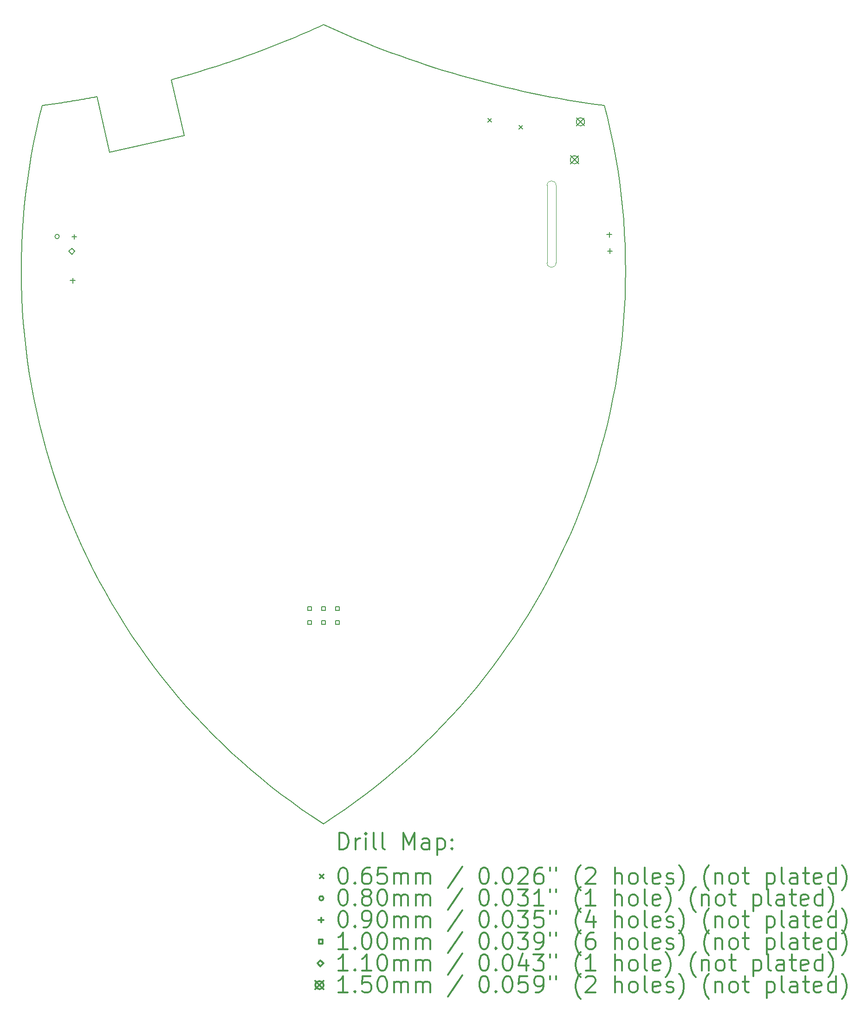
<source format=gbr>
%FSLAX45Y45*%
G04 Gerber Fmt 4.5, Leading zero omitted, Abs format (unit mm)*
G04 Created by KiCad (PCBNEW 5.99.0-unknown-r17145-8bd2765f) date 2019-12-26 06:39:35*
%MOMM*%
%LPD*%
G04 APERTURE LIST*
%ADD10C,0.200000*%
%TA.AperFunction,Profile*%
%ADD11C,0.200000*%
%TD*%
%TA.AperFunction,Profile*%
%ADD12C,0.100000*%
%TD*%
%ADD13C,0.300000*%
G04 APERTURE END LIST*
D10*
X-4688312Y5721905D02*
X-4599879Y5502403D01*
X-4507277Y5285008D01*
X-4410549Y5069772D01*
X-4309736Y4856747D01*
X-4204882Y4645985D01*
X-4096029Y4437539D01*
X-3983221Y4231461D01*
X-3866500Y4027802D01*
X-3745909Y3826616D01*
X-3621490Y3627954D01*
X-3493287Y3431869D01*
X-3361342Y3238413D01*
X-3225698Y3047638D01*
X-3086397Y2859596D01*
X-2943484Y2674340D01*
X-2796999Y2491921D01*
X-2646987Y2312393D01*
X-2493489Y2135806D01*
X-2336549Y1962214D01*
X-2176210Y1791669D01*
X-2012514Y1624222D01*
X-1845503Y1459927D01*
X-1675222Y1298834D01*
X-1501712Y1140998D01*
X-1325016Y986469D01*
X-1145178Y835300D01*
X-962239Y687543D01*
X-776243Y543251D01*
X-587232Y402475D01*
X-395249Y265268D01*
X-200338Y131682D01*
X-2540Y1769D01*
D11*
X-2538768Y12554090D02*
X-3906870Y12248018D01*
D10*
X-2540Y1769D02*
X195261Y131680D01*
X390175Y265263D01*
X582161Y402468D01*
X771175Y543242D01*
X957174Y687533D01*
X1140116Y835288D01*
X1319957Y986455D01*
X1496656Y1140982D01*
X1670169Y1298817D01*
X1840454Y1459908D01*
X2007467Y1624202D01*
X2171167Y1791647D01*
X2331509Y1962191D01*
X2488453Y2135782D01*
X2641953Y2312367D01*
X2791969Y2491895D01*
X2938456Y2674312D01*
X3081373Y2859568D01*
X3220677Y3047609D01*
X3356324Y3238383D01*
X3488272Y3431839D01*
X3616478Y3627923D01*
X3740900Y3826585D01*
X3861495Y4027770D01*
X3978219Y4231428D01*
X4091030Y4437506D01*
X4199886Y4645952D01*
X4304743Y4856714D01*
X4405559Y5069739D01*
X4502291Y5284975D01*
X4594896Y5502370D01*
X4683332Y5721872D01*
X4683332Y5721872D02*
X4767423Y5943074D01*
X4847024Y6165560D01*
X4922128Y6389263D01*
X4992733Y6614115D01*
X5058834Y6840049D01*
X5120427Y7066997D01*
X5177508Y7294893D01*
X5230073Y7523668D01*
X5278118Y7753255D01*
X5321639Y7983587D01*
X5360632Y8214597D01*
X5395093Y8446217D01*
X5425018Y8678380D01*
X5450402Y8911018D01*
X5471243Y9144064D01*
X5487535Y9377451D01*
X5499274Y9611111D01*
X5506457Y9844977D01*
X5509080Y10078981D01*
X5507138Y10313057D01*
X5500628Y10547136D01*
X5489545Y10781151D01*
X5473886Y11015035D01*
X5453646Y11248721D01*
X5428821Y11482141D01*
X5399408Y11715228D01*
X5365401Y11947914D01*
X5326798Y12180132D01*
X5283594Y12411815D01*
X5235785Y12642895D01*
X5183367Y12873304D01*
X5126336Y13102977D01*
D11*
X-2780706Y13573911D02*
X-2538768Y12554090D01*
D10*
X-4132735Y13263285D02*
X-4163771Y13257432D01*
X-4194818Y13251632D01*
X-4225877Y13245888D01*
X-4256947Y13240197D01*
X-4288029Y13234561D01*
X-4319121Y13228979D01*
X-4350225Y13223451D01*
X-4381340Y13217978D01*
X-4412466Y13212559D01*
X-4443603Y13207195D01*
X-4474751Y13201885D01*
X-4505909Y13196629D01*
X-4537078Y13191428D01*
X-4568258Y13186281D01*
X-4599449Y13181189D01*
X-4630650Y13176151D01*
X-4661861Y13171168D01*
X-4693083Y13166239D01*
X-4724316Y13161365D01*
X-4755558Y13156545D01*
X-4786811Y13151781D01*
X-4818073Y13147070D01*
X-4849346Y13142415D01*
X-4880629Y13137814D01*
X-4911921Y13133267D01*
X-4943224Y13128776D01*
X-4974536Y13124339D01*
X-5005858Y13119957D01*
X-5037189Y13115630D01*
X-5068530Y13111357D01*
X-5099881Y13107139D01*
X-5131241Y13102977D01*
X-2540Y14577060D02*
X-86841Y14538797D01*
X-171321Y14500975D01*
X-255980Y14463594D01*
X-340815Y14426656D01*
X-425825Y14390160D01*
X-511007Y14354108D01*
X-596361Y14318499D01*
X-681885Y14283334D01*
X-767576Y14248613D01*
X-853433Y14214338D01*
X-939454Y14180508D01*
X-1025637Y14147124D01*
X-1111981Y14114187D01*
X-1198484Y14081698D01*
X-1285145Y14049655D01*
X-1371960Y14018061D01*
X-1458929Y13986916D01*
X-1546050Y13956219D01*
X-1633321Y13925972D01*
X-1720741Y13896176D01*
X-1808307Y13866830D01*
X-1896017Y13837935D01*
X-1983871Y13809492D01*
X-2071867Y13781501D01*
X-2160002Y13753963D01*
X-2248274Y13726877D01*
X-2336683Y13700246D01*
X-2425226Y13674069D01*
X-2513902Y13648346D01*
X-2602708Y13623079D01*
X-2691643Y13598267D01*
X-2780706Y13573911D01*
D11*
X-3906870Y12248018D02*
X-4132735Y13263285D01*
D10*
X-5131241Y13102977D02*
X-5188273Y12873306D01*
X-5240693Y12642898D01*
X-5288504Y12411820D01*
X-5331710Y12180139D01*
X-5370315Y11947922D01*
X-5404323Y11715237D01*
X-5433738Y11482152D01*
X-5458565Y11248734D01*
X-5478807Y11015049D01*
X-5494469Y10781166D01*
X-5505554Y10547152D01*
X-5512066Y10313075D01*
X-5514010Y10079001D01*
X-5511390Y9844997D01*
X-5504209Y9611133D01*
X-5492471Y9377474D01*
X-5476182Y9144088D01*
X-5455344Y8911043D01*
X-5429962Y8678406D01*
X-5400040Y8446244D01*
X-5365582Y8214625D01*
X-5326591Y7983616D01*
X-5283073Y7753284D01*
X-5235030Y7523697D01*
X-5182468Y7294923D01*
X-5125390Y7067028D01*
X-5063799Y6840080D01*
X-4997701Y6614147D01*
X-4927100Y6389295D01*
X-4851998Y6165593D01*
X-4772401Y5943107D01*
X-4688312Y5721905D01*
X5126336Y13102977D02*
X4960216Y13125665D01*
X4794367Y13149892D01*
X4628803Y13175653D01*
X4463531Y13202947D01*
X4298564Y13231770D01*
X4133910Y13262120D01*
X3969582Y13293992D01*
X3805589Y13327385D01*
X3641942Y13362294D01*
X3478651Y13398718D01*
X3315726Y13436653D01*
X3153178Y13476096D01*
X2991018Y13517045D01*
X2829256Y13559495D01*
X2667902Y13603445D01*
X2506966Y13648891D01*
X2346460Y13695830D01*
X2186394Y13744260D01*
X2026777Y13794176D01*
X1867621Y13845577D01*
X1708936Y13898459D01*
X1550732Y13952819D01*
X1393019Y14008654D01*
X1235809Y14065961D01*
X1079112Y14124738D01*
X922938Y14184981D01*
X767297Y14246687D01*
X612200Y14309853D01*
X457657Y14374476D01*
X303680Y14440554D01*
X150277Y14508083D01*
X-2540Y14577060D01*
D12*
X4240212Y11647640D02*
X4240212Y10232000D01*
X4077384Y11647640D02*
G75*
G02X4240212Y11647640I81414J0D01*
G01*
X4077383Y10232000D02*
X4077383Y11647640D01*
X4240212Y10232000D02*
G75*
G02X4077383Y10232000I-81414J0D01*
G01*
D10*
X3000351Y12865051D02*
X3065351Y12800051D01*
X3065351Y12865051D02*
X3000351Y12800051D01*
X3564649Y12739949D02*
X3629649Y12674949D01*
X3629649Y12739949D02*
X3564649Y12674949D01*
X-4819548Y10714147D02*
G75*
G03X-4819548Y10714147I-40000J0D01*
G01*
X-4573473Y9956183D02*
X-4573473Y9866183D01*
X-4618473Y9911183D02*
X-4528473Y9911183D01*
X-4545553Y10755696D02*
X-4545553Y10665696D01*
X-4590553Y10710696D02*
X-4500553Y10710696D01*
X5213785Y10794377D02*
X5213785Y10704377D01*
X5168785Y10749377D02*
X5258785Y10749377D01*
X5224255Y10494560D02*
X5224255Y10404560D01*
X5179255Y10449560D02*
X5269255Y10449560D01*
X-218644Y3891644D02*
X-218644Y3962356D01*
X-289356Y3962356D01*
X-289356Y3891644D01*
X-218644Y3891644D01*
X-218644Y3637644D02*
X-218644Y3708356D01*
X-289356Y3708356D01*
X-289356Y3637644D01*
X-218644Y3637644D01*
X35356Y3891644D02*
X35356Y3962356D01*
X-35356Y3962356D01*
X-35356Y3891644D01*
X35356Y3891644D01*
X35356Y3637644D02*
X35356Y3708356D01*
X-35356Y3708356D01*
X-35356Y3637644D01*
X35356Y3637644D01*
X289356Y3891644D02*
X289356Y3962356D01*
X218644Y3962356D01*
X218644Y3891644D01*
X289356Y3891644D01*
X289356Y3637644D02*
X289356Y3708356D01*
X218644Y3708356D01*
X218644Y3637644D01*
X289356Y3637644D01*
X-4590847Y10390447D02*
X-4535847Y10445447D01*
X-4590847Y10500447D01*
X-4645847Y10445447D01*
X-4590847Y10390447D01*
X4502833Y12189479D02*
X4652833Y12039479D01*
X4652833Y12189479D02*
X4502833Y12039479D01*
X4652833Y12114479D02*
G75*
G03X4652833Y12114479I-75000J0D01*
G01*
X4612338Y12880861D02*
X4762338Y12730861D01*
X4762338Y12880861D02*
X4612338Y12730861D01*
X4762338Y12805861D02*
G75*
G03X4762338Y12805861I-75000J0D01*
G01*
D13*
X286429Y-465714D02*
X286429Y-165714D01*
X357857Y-165714D01*
X400714Y-180000D01*
X429286Y-208571D01*
X443571Y-237143D01*
X457857Y-294286D01*
X457857Y-337143D01*
X443571Y-394286D01*
X429286Y-422857D01*
X400714Y-451428D01*
X357857Y-465714D01*
X286429Y-465714D01*
X586429Y-465714D02*
X586429Y-265714D01*
X586429Y-322857D02*
X600714Y-294286D01*
X615000Y-280000D01*
X643571Y-265714D01*
X672143Y-265714D01*
X772143Y-465714D02*
X772143Y-265714D01*
X772143Y-165714D02*
X757857Y-180000D01*
X772143Y-194286D01*
X786428Y-180000D01*
X772143Y-165714D01*
X772143Y-194286D01*
X957857Y-465714D02*
X929286Y-451428D01*
X915000Y-422857D01*
X915000Y-165714D01*
X1115000Y-465714D02*
X1086429Y-451428D01*
X1072143Y-422857D01*
X1072143Y-165714D01*
X1457857Y-465714D02*
X1457857Y-165714D01*
X1557857Y-380000D01*
X1657857Y-165714D01*
X1657857Y-465714D01*
X1929286Y-465714D02*
X1929286Y-308571D01*
X1915000Y-280000D01*
X1886428Y-265714D01*
X1829286Y-265714D01*
X1800714Y-280000D01*
X1929286Y-451428D02*
X1900714Y-465714D01*
X1829286Y-465714D01*
X1800714Y-451428D01*
X1786428Y-422857D01*
X1786428Y-394286D01*
X1800714Y-365714D01*
X1829286Y-351428D01*
X1900714Y-351428D01*
X1929286Y-337143D01*
X2072143Y-265714D02*
X2072143Y-565714D01*
X2072143Y-280000D02*
X2100714Y-265714D01*
X2157857Y-265714D01*
X2186429Y-280000D01*
X2200714Y-294286D01*
X2215000Y-322857D01*
X2215000Y-408571D01*
X2200714Y-437143D01*
X2186429Y-451428D01*
X2157857Y-465714D01*
X2100714Y-465714D01*
X2072143Y-451428D01*
X2343571Y-437143D02*
X2357857Y-451428D01*
X2343571Y-465714D01*
X2329286Y-451428D01*
X2343571Y-437143D01*
X2343571Y-465714D01*
X2343571Y-280000D02*
X2357857Y-294286D01*
X2343571Y-308571D01*
X2329286Y-294286D01*
X2343571Y-280000D01*
X2343571Y-308571D01*
X-65000Y-927500D02*
X0Y-992500D01*
X0Y-927500D02*
X-65000Y-992500D01*
X343571Y-795714D02*
X372143Y-795714D01*
X400714Y-810000D01*
X415000Y-824286D01*
X429286Y-852857D01*
X443571Y-910000D01*
X443571Y-981428D01*
X429286Y-1038571D01*
X415000Y-1067143D01*
X400714Y-1081429D01*
X372143Y-1095714D01*
X343571Y-1095714D01*
X315000Y-1081429D01*
X300714Y-1067143D01*
X286429Y-1038571D01*
X272143Y-981428D01*
X272143Y-910000D01*
X286429Y-852857D01*
X300714Y-824286D01*
X315000Y-810000D01*
X343571Y-795714D01*
X572143Y-1067143D02*
X586429Y-1081429D01*
X572143Y-1095714D01*
X557857Y-1081429D01*
X572143Y-1067143D01*
X572143Y-1095714D01*
X843571Y-795714D02*
X786428Y-795714D01*
X757857Y-810000D01*
X743571Y-824286D01*
X715000Y-867143D01*
X700714Y-924286D01*
X700714Y-1038571D01*
X715000Y-1067143D01*
X729286Y-1081429D01*
X757857Y-1095714D01*
X815000Y-1095714D01*
X843571Y-1081429D01*
X857857Y-1067143D01*
X872143Y-1038571D01*
X872143Y-967143D01*
X857857Y-938571D01*
X843571Y-924286D01*
X815000Y-910000D01*
X757857Y-910000D01*
X729286Y-924286D01*
X715000Y-938571D01*
X700714Y-967143D01*
X1143571Y-795714D02*
X1000714Y-795714D01*
X986428Y-938571D01*
X1000714Y-924286D01*
X1029286Y-910000D01*
X1100714Y-910000D01*
X1129286Y-924286D01*
X1143571Y-938571D01*
X1157857Y-967143D01*
X1157857Y-1038571D01*
X1143571Y-1067143D01*
X1129286Y-1081429D01*
X1100714Y-1095714D01*
X1029286Y-1095714D01*
X1000714Y-1081429D01*
X986428Y-1067143D01*
X1286429Y-1095714D02*
X1286429Y-895714D01*
X1286429Y-924286D02*
X1300714Y-910000D01*
X1329286Y-895714D01*
X1372143Y-895714D01*
X1400714Y-910000D01*
X1415000Y-938571D01*
X1415000Y-1095714D01*
X1415000Y-938571D02*
X1429286Y-910000D01*
X1457857Y-895714D01*
X1500714Y-895714D01*
X1529286Y-910000D01*
X1543571Y-938571D01*
X1543571Y-1095714D01*
X1686428Y-1095714D02*
X1686428Y-895714D01*
X1686428Y-924286D02*
X1700714Y-910000D01*
X1729286Y-895714D01*
X1772143Y-895714D01*
X1800714Y-910000D01*
X1815000Y-938571D01*
X1815000Y-1095714D01*
X1815000Y-938571D02*
X1829286Y-910000D01*
X1857857Y-895714D01*
X1900714Y-895714D01*
X1929286Y-910000D01*
X1943571Y-938571D01*
X1943571Y-1095714D01*
X2529286Y-781428D02*
X2272143Y-1167143D01*
X2915000Y-795714D02*
X2943571Y-795714D01*
X2972143Y-810000D01*
X2986428Y-824286D01*
X3000714Y-852857D01*
X3015000Y-910000D01*
X3015000Y-981428D01*
X3000714Y-1038571D01*
X2986428Y-1067143D01*
X2972143Y-1081429D01*
X2943571Y-1095714D01*
X2915000Y-1095714D01*
X2886428Y-1081429D01*
X2872143Y-1067143D01*
X2857857Y-1038571D01*
X2843571Y-981428D01*
X2843571Y-910000D01*
X2857857Y-852857D01*
X2872143Y-824286D01*
X2886428Y-810000D01*
X2915000Y-795714D01*
X3143571Y-1067143D02*
X3157857Y-1081429D01*
X3143571Y-1095714D01*
X3129286Y-1081429D01*
X3143571Y-1067143D01*
X3143571Y-1095714D01*
X3343571Y-795714D02*
X3372143Y-795714D01*
X3400714Y-810000D01*
X3415000Y-824286D01*
X3429286Y-852857D01*
X3443571Y-910000D01*
X3443571Y-981428D01*
X3429286Y-1038571D01*
X3415000Y-1067143D01*
X3400714Y-1081429D01*
X3372143Y-1095714D01*
X3343571Y-1095714D01*
X3315000Y-1081429D01*
X3300714Y-1067143D01*
X3286428Y-1038571D01*
X3272143Y-981428D01*
X3272143Y-910000D01*
X3286428Y-852857D01*
X3300714Y-824286D01*
X3315000Y-810000D01*
X3343571Y-795714D01*
X3557857Y-824286D02*
X3572143Y-810000D01*
X3600714Y-795714D01*
X3672143Y-795714D01*
X3700714Y-810000D01*
X3715000Y-824286D01*
X3729286Y-852857D01*
X3729286Y-881428D01*
X3715000Y-924286D01*
X3543571Y-1095714D01*
X3729286Y-1095714D01*
X3986428Y-795714D02*
X3929286Y-795714D01*
X3900714Y-810000D01*
X3886428Y-824286D01*
X3857857Y-867143D01*
X3843571Y-924286D01*
X3843571Y-1038571D01*
X3857857Y-1067143D01*
X3872143Y-1081429D01*
X3900714Y-1095714D01*
X3957857Y-1095714D01*
X3986428Y-1081429D01*
X4000714Y-1067143D01*
X4015000Y-1038571D01*
X4015000Y-967143D01*
X4000714Y-938571D01*
X3986428Y-924286D01*
X3957857Y-910000D01*
X3900714Y-910000D01*
X3872143Y-924286D01*
X3857857Y-938571D01*
X3843571Y-967143D01*
X4129286Y-795714D02*
X4129286Y-852857D01*
X4243571Y-795714D02*
X4243571Y-852857D01*
X4686429Y-1210000D02*
X4672143Y-1195714D01*
X4643571Y-1152857D01*
X4629286Y-1124286D01*
X4615000Y-1081429D01*
X4600714Y-1010000D01*
X4600714Y-952857D01*
X4615000Y-881428D01*
X4629286Y-838571D01*
X4643571Y-810000D01*
X4672143Y-767143D01*
X4686429Y-752857D01*
X4786429Y-824286D02*
X4800714Y-810000D01*
X4829286Y-795714D01*
X4900714Y-795714D01*
X4929286Y-810000D01*
X4943571Y-824286D01*
X4957857Y-852857D01*
X4957857Y-881428D01*
X4943571Y-924286D01*
X4772143Y-1095714D01*
X4957857Y-1095714D01*
X5315000Y-1095714D02*
X5315000Y-795714D01*
X5443571Y-1095714D02*
X5443571Y-938571D01*
X5429286Y-910000D01*
X5400714Y-895714D01*
X5357857Y-895714D01*
X5329286Y-910000D01*
X5315000Y-924286D01*
X5629286Y-1095714D02*
X5600714Y-1081429D01*
X5586429Y-1067143D01*
X5572143Y-1038571D01*
X5572143Y-952857D01*
X5586429Y-924286D01*
X5600714Y-910000D01*
X5629286Y-895714D01*
X5672143Y-895714D01*
X5700714Y-910000D01*
X5715000Y-924286D01*
X5729286Y-952857D01*
X5729286Y-1038571D01*
X5715000Y-1067143D01*
X5700714Y-1081429D01*
X5672143Y-1095714D01*
X5629286Y-1095714D01*
X5900714Y-1095714D02*
X5872143Y-1081429D01*
X5857857Y-1052857D01*
X5857857Y-795714D01*
X6129286Y-1081429D02*
X6100714Y-1095714D01*
X6043571Y-1095714D01*
X6015000Y-1081429D01*
X6000714Y-1052857D01*
X6000714Y-938571D01*
X6015000Y-910000D01*
X6043571Y-895714D01*
X6100714Y-895714D01*
X6129286Y-910000D01*
X6143571Y-938571D01*
X6143571Y-967143D01*
X6000714Y-995714D01*
X6257857Y-1081429D02*
X6286428Y-1095714D01*
X6343571Y-1095714D01*
X6372143Y-1081429D01*
X6386428Y-1052857D01*
X6386428Y-1038571D01*
X6372143Y-1010000D01*
X6343571Y-995714D01*
X6300714Y-995714D01*
X6272143Y-981428D01*
X6257857Y-952857D01*
X6257857Y-938571D01*
X6272143Y-910000D01*
X6300714Y-895714D01*
X6343571Y-895714D01*
X6372143Y-910000D01*
X6486428Y-1210000D02*
X6500714Y-1195714D01*
X6529286Y-1152857D01*
X6543571Y-1124286D01*
X6557857Y-1081429D01*
X6572143Y-1010000D01*
X6572143Y-952857D01*
X6557857Y-881428D01*
X6543571Y-838571D01*
X6529286Y-810000D01*
X6500714Y-767143D01*
X6486428Y-752857D01*
X7029286Y-1210000D02*
X7015000Y-1195714D01*
X6986428Y-1152857D01*
X6972143Y-1124286D01*
X6957857Y-1081429D01*
X6943571Y-1010000D01*
X6943571Y-952857D01*
X6957857Y-881428D01*
X6972143Y-838571D01*
X6986428Y-810000D01*
X7015000Y-767143D01*
X7029286Y-752857D01*
X7143571Y-895714D02*
X7143571Y-1095714D01*
X7143571Y-924286D02*
X7157857Y-910000D01*
X7186428Y-895714D01*
X7229286Y-895714D01*
X7257857Y-910000D01*
X7272143Y-938571D01*
X7272143Y-1095714D01*
X7457857Y-1095714D02*
X7429286Y-1081429D01*
X7415000Y-1067143D01*
X7400714Y-1038571D01*
X7400714Y-952857D01*
X7415000Y-924286D01*
X7429286Y-910000D01*
X7457857Y-895714D01*
X7500714Y-895714D01*
X7529286Y-910000D01*
X7543571Y-924286D01*
X7557857Y-952857D01*
X7557857Y-1038571D01*
X7543571Y-1067143D01*
X7529286Y-1081429D01*
X7500714Y-1095714D01*
X7457857Y-1095714D01*
X7643571Y-895714D02*
X7757857Y-895714D01*
X7686428Y-795714D02*
X7686428Y-1052857D01*
X7700714Y-1081429D01*
X7729286Y-1095714D01*
X7757857Y-1095714D01*
X8086428Y-895714D02*
X8086428Y-1195714D01*
X8086428Y-910000D02*
X8115000Y-895714D01*
X8172143Y-895714D01*
X8200714Y-910000D01*
X8215000Y-924286D01*
X8229286Y-952857D01*
X8229286Y-1038571D01*
X8215000Y-1067143D01*
X8200714Y-1081429D01*
X8172143Y-1095714D01*
X8115000Y-1095714D01*
X8086428Y-1081429D01*
X8400714Y-1095714D02*
X8372143Y-1081429D01*
X8357857Y-1052857D01*
X8357857Y-795714D01*
X8643571Y-1095714D02*
X8643571Y-938571D01*
X8629286Y-910000D01*
X8600714Y-895714D01*
X8543571Y-895714D01*
X8515000Y-910000D01*
X8643571Y-1081429D02*
X8615000Y-1095714D01*
X8543571Y-1095714D01*
X8515000Y-1081429D01*
X8500714Y-1052857D01*
X8500714Y-1024286D01*
X8515000Y-995714D01*
X8543571Y-981428D01*
X8615000Y-981428D01*
X8643571Y-967143D01*
X8743571Y-895714D02*
X8857857Y-895714D01*
X8786429Y-795714D02*
X8786429Y-1052857D01*
X8800714Y-1081429D01*
X8829286Y-1095714D01*
X8857857Y-1095714D01*
X9072143Y-1081429D02*
X9043571Y-1095714D01*
X8986429Y-1095714D01*
X8957857Y-1081429D01*
X8943571Y-1052857D01*
X8943571Y-938571D01*
X8957857Y-910000D01*
X8986429Y-895714D01*
X9043571Y-895714D01*
X9072143Y-910000D01*
X9086429Y-938571D01*
X9086429Y-967143D01*
X8943571Y-995714D01*
X9343571Y-1095714D02*
X9343571Y-795714D01*
X9343571Y-1081429D02*
X9315000Y-1095714D01*
X9257857Y-1095714D01*
X9229286Y-1081429D01*
X9215000Y-1067143D01*
X9200714Y-1038571D01*
X9200714Y-952857D01*
X9215000Y-924286D01*
X9229286Y-910000D01*
X9257857Y-895714D01*
X9315000Y-895714D01*
X9343571Y-910000D01*
X9457857Y-1210000D02*
X9472143Y-1195714D01*
X9500714Y-1152857D01*
X9515000Y-1124286D01*
X9529286Y-1081429D01*
X9543571Y-1010000D01*
X9543571Y-952857D01*
X9529286Y-881428D01*
X9515000Y-838571D01*
X9500714Y-810000D01*
X9472143Y-767143D01*
X9457857Y-752857D01*
X0Y-1356000D02*
G75*
G03X0Y-1356000I-40000J0D01*
G01*
X343571Y-1191714D02*
X372143Y-1191714D01*
X400714Y-1206000D01*
X415000Y-1220286D01*
X429286Y-1248857D01*
X443571Y-1306000D01*
X443571Y-1377429D01*
X429286Y-1434571D01*
X415000Y-1463143D01*
X400714Y-1477428D01*
X372143Y-1491714D01*
X343571Y-1491714D01*
X315000Y-1477428D01*
X300714Y-1463143D01*
X286429Y-1434571D01*
X272143Y-1377429D01*
X272143Y-1306000D01*
X286429Y-1248857D01*
X300714Y-1220286D01*
X315000Y-1206000D01*
X343571Y-1191714D01*
X572143Y-1463143D02*
X586429Y-1477428D01*
X572143Y-1491714D01*
X557857Y-1477428D01*
X572143Y-1463143D01*
X572143Y-1491714D01*
X757857Y-1320286D02*
X729286Y-1306000D01*
X715000Y-1291714D01*
X700714Y-1263143D01*
X700714Y-1248857D01*
X715000Y-1220286D01*
X729286Y-1206000D01*
X757857Y-1191714D01*
X815000Y-1191714D01*
X843571Y-1206000D01*
X857857Y-1220286D01*
X872143Y-1248857D01*
X872143Y-1263143D01*
X857857Y-1291714D01*
X843571Y-1306000D01*
X815000Y-1320286D01*
X757857Y-1320286D01*
X729286Y-1334571D01*
X715000Y-1348857D01*
X700714Y-1377429D01*
X700714Y-1434571D01*
X715000Y-1463143D01*
X729286Y-1477428D01*
X757857Y-1491714D01*
X815000Y-1491714D01*
X843571Y-1477428D01*
X857857Y-1463143D01*
X872143Y-1434571D01*
X872143Y-1377429D01*
X857857Y-1348857D01*
X843571Y-1334571D01*
X815000Y-1320286D01*
X1057857Y-1191714D02*
X1086429Y-1191714D01*
X1115000Y-1206000D01*
X1129286Y-1220286D01*
X1143571Y-1248857D01*
X1157857Y-1306000D01*
X1157857Y-1377429D01*
X1143571Y-1434571D01*
X1129286Y-1463143D01*
X1115000Y-1477428D01*
X1086429Y-1491714D01*
X1057857Y-1491714D01*
X1029286Y-1477428D01*
X1015000Y-1463143D01*
X1000714Y-1434571D01*
X986428Y-1377429D01*
X986428Y-1306000D01*
X1000714Y-1248857D01*
X1015000Y-1220286D01*
X1029286Y-1206000D01*
X1057857Y-1191714D01*
X1286429Y-1491714D02*
X1286429Y-1291714D01*
X1286429Y-1320286D02*
X1300714Y-1306000D01*
X1329286Y-1291714D01*
X1372143Y-1291714D01*
X1400714Y-1306000D01*
X1415000Y-1334571D01*
X1415000Y-1491714D01*
X1415000Y-1334571D02*
X1429286Y-1306000D01*
X1457857Y-1291714D01*
X1500714Y-1291714D01*
X1529286Y-1306000D01*
X1543571Y-1334571D01*
X1543571Y-1491714D01*
X1686428Y-1491714D02*
X1686428Y-1291714D01*
X1686428Y-1320286D02*
X1700714Y-1306000D01*
X1729286Y-1291714D01*
X1772143Y-1291714D01*
X1800714Y-1306000D01*
X1815000Y-1334571D01*
X1815000Y-1491714D01*
X1815000Y-1334571D02*
X1829286Y-1306000D01*
X1857857Y-1291714D01*
X1900714Y-1291714D01*
X1929286Y-1306000D01*
X1943571Y-1334571D01*
X1943571Y-1491714D01*
X2529286Y-1177429D02*
X2272143Y-1563143D01*
X2915000Y-1191714D02*
X2943571Y-1191714D01*
X2972143Y-1206000D01*
X2986428Y-1220286D01*
X3000714Y-1248857D01*
X3015000Y-1306000D01*
X3015000Y-1377429D01*
X3000714Y-1434571D01*
X2986428Y-1463143D01*
X2972143Y-1477428D01*
X2943571Y-1491714D01*
X2915000Y-1491714D01*
X2886428Y-1477428D01*
X2872143Y-1463143D01*
X2857857Y-1434571D01*
X2843571Y-1377429D01*
X2843571Y-1306000D01*
X2857857Y-1248857D01*
X2872143Y-1220286D01*
X2886428Y-1206000D01*
X2915000Y-1191714D01*
X3143571Y-1463143D02*
X3157857Y-1477428D01*
X3143571Y-1491714D01*
X3129286Y-1477428D01*
X3143571Y-1463143D01*
X3143571Y-1491714D01*
X3343571Y-1191714D02*
X3372143Y-1191714D01*
X3400714Y-1206000D01*
X3415000Y-1220286D01*
X3429286Y-1248857D01*
X3443571Y-1306000D01*
X3443571Y-1377429D01*
X3429286Y-1434571D01*
X3415000Y-1463143D01*
X3400714Y-1477428D01*
X3372143Y-1491714D01*
X3343571Y-1491714D01*
X3315000Y-1477428D01*
X3300714Y-1463143D01*
X3286428Y-1434571D01*
X3272143Y-1377429D01*
X3272143Y-1306000D01*
X3286428Y-1248857D01*
X3300714Y-1220286D01*
X3315000Y-1206000D01*
X3343571Y-1191714D01*
X3543571Y-1191714D02*
X3729286Y-1191714D01*
X3629286Y-1306000D01*
X3672143Y-1306000D01*
X3700714Y-1320286D01*
X3715000Y-1334571D01*
X3729286Y-1363143D01*
X3729286Y-1434571D01*
X3715000Y-1463143D01*
X3700714Y-1477428D01*
X3672143Y-1491714D01*
X3586428Y-1491714D01*
X3557857Y-1477428D01*
X3543571Y-1463143D01*
X4015000Y-1491714D02*
X3843571Y-1491714D01*
X3929286Y-1491714D02*
X3929286Y-1191714D01*
X3900714Y-1234571D01*
X3872143Y-1263143D01*
X3843571Y-1277429D01*
X4129286Y-1191714D02*
X4129286Y-1248857D01*
X4243571Y-1191714D02*
X4243571Y-1248857D01*
X4686429Y-1606000D02*
X4672143Y-1591714D01*
X4643571Y-1548857D01*
X4629286Y-1520286D01*
X4615000Y-1477428D01*
X4600714Y-1406000D01*
X4600714Y-1348857D01*
X4615000Y-1277429D01*
X4629286Y-1234571D01*
X4643571Y-1206000D01*
X4672143Y-1163143D01*
X4686429Y-1148857D01*
X4957857Y-1491714D02*
X4786429Y-1491714D01*
X4872143Y-1491714D02*
X4872143Y-1191714D01*
X4843571Y-1234571D01*
X4815000Y-1263143D01*
X4786429Y-1277429D01*
X5315000Y-1491714D02*
X5315000Y-1191714D01*
X5443571Y-1491714D02*
X5443571Y-1334571D01*
X5429286Y-1306000D01*
X5400714Y-1291714D01*
X5357857Y-1291714D01*
X5329286Y-1306000D01*
X5315000Y-1320286D01*
X5629286Y-1491714D02*
X5600714Y-1477428D01*
X5586429Y-1463143D01*
X5572143Y-1434571D01*
X5572143Y-1348857D01*
X5586429Y-1320286D01*
X5600714Y-1306000D01*
X5629286Y-1291714D01*
X5672143Y-1291714D01*
X5700714Y-1306000D01*
X5715000Y-1320286D01*
X5729286Y-1348857D01*
X5729286Y-1434571D01*
X5715000Y-1463143D01*
X5700714Y-1477428D01*
X5672143Y-1491714D01*
X5629286Y-1491714D01*
X5900714Y-1491714D02*
X5872143Y-1477428D01*
X5857857Y-1448857D01*
X5857857Y-1191714D01*
X6129286Y-1477428D02*
X6100714Y-1491714D01*
X6043571Y-1491714D01*
X6015000Y-1477428D01*
X6000714Y-1448857D01*
X6000714Y-1334571D01*
X6015000Y-1306000D01*
X6043571Y-1291714D01*
X6100714Y-1291714D01*
X6129286Y-1306000D01*
X6143571Y-1334571D01*
X6143571Y-1363143D01*
X6000714Y-1391714D01*
X6243571Y-1606000D02*
X6257857Y-1591714D01*
X6286428Y-1548857D01*
X6300714Y-1520286D01*
X6315000Y-1477428D01*
X6329286Y-1406000D01*
X6329286Y-1348857D01*
X6315000Y-1277429D01*
X6300714Y-1234571D01*
X6286428Y-1206000D01*
X6257857Y-1163143D01*
X6243571Y-1148857D01*
X6786428Y-1606000D02*
X6772143Y-1591714D01*
X6743571Y-1548857D01*
X6729286Y-1520286D01*
X6715000Y-1477428D01*
X6700714Y-1406000D01*
X6700714Y-1348857D01*
X6715000Y-1277429D01*
X6729286Y-1234571D01*
X6743571Y-1206000D01*
X6772143Y-1163143D01*
X6786428Y-1148857D01*
X6900714Y-1291714D02*
X6900714Y-1491714D01*
X6900714Y-1320286D02*
X6915000Y-1306000D01*
X6943571Y-1291714D01*
X6986428Y-1291714D01*
X7015000Y-1306000D01*
X7029286Y-1334571D01*
X7029286Y-1491714D01*
X7215000Y-1491714D02*
X7186428Y-1477428D01*
X7172143Y-1463143D01*
X7157857Y-1434571D01*
X7157857Y-1348857D01*
X7172143Y-1320286D01*
X7186428Y-1306000D01*
X7215000Y-1291714D01*
X7257857Y-1291714D01*
X7286428Y-1306000D01*
X7300714Y-1320286D01*
X7315000Y-1348857D01*
X7315000Y-1434571D01*
X7300714Y-1463143D01*
X7286428Y-1477428D01*
X7257857Y-1491714D01*
X7215000Y-1491714D01*
X7400714Y-1291714D02*
X7515000Y-1291714D01*
X7443571Y-1191714D02*
X7443571Y-1448857D01*
X7457857Y-1477428D01*
X7486428Y-1491714D01*
X7515000Y-1491714D01*
X7843571Y-1291714D02*
X7843571Y-1591714D01*
X7843571Y-1306000D02*
X7872143Y-1291714D01*
X7929286Y-1291714D01*
X7957857Y-1306000D01*
X7972143Y-1320286D01*
X7986428Y-1348857D01*
X7986428Y-1434571D01*
X7972143Y-1463143D01*
X7957857Y-1477428D01*
X7929286Y-1491714D01*
X7872143Y-1491714D01*
X7843571Y-1477428D01*
X8157857Y-1491714D02*
X8129286Y-1477428D01*
X8115000Y-1448857D01*
X8115000Y-1191714D01*
X8400714Y-1491714D02*
X8400714Y-1334571D01*
X8386428Y-1306000D01*
X8357857Y-1291714D01*
X8300714Y-1291714D01*
X8272143Y-1306000D01*
X8400714Y-1477428D02*
X8372143Y-1491714D01*
X8300714Y-1491714D01*
X8272143Y-1477428D01*
X8257857Y-1448857D01*
X8257857Y-1420286D01*
X8272143Y-1391714D01*
X8300714Y-1377429D01*
X8372143Y-1377429D01*
X8400714Y-1363143D01*
X8500714Y-1291714D02*
X8615000Y-1291714D01*
X8543571Y-1191714D02*
X8543571Y-1448857D01*
X8557857Y-1477428D01*
X8586429Y-1491714D01*
X8615000Y-1491714D01*
X8829286Y-1477428D02*
X8800714Y-1491714D01*
X8743571Y-1491714D01*
X8715000Y-1477428D01*
X8700714Y-1448857D01*
X8700714Y-1334571D01*
X8715000Y-1306000D01*
X8743571Y-1291714D01*
X8800714Y-1291714D01*
X8829286Y-1306000D01*
X8843571Y-1334571D01*
X8843571Y-1363143D01*
X8700714Y-1391714D01*
X9100714Y-1491714D02*
X9100714Y-1191714D01*
X9100714Y-1477428D02*
X9072143Y-1491714D01*
X9015000Y-1491714D01*
X8986429Y-1477428D01*
X8972143Y-1463143D01*
X8957857Y-1434571D01*
X8957857Y-1348857D01*
X8972143Y-1320286D01*
X8986429Y-1306000D01*
X9015000Y-1291714D01*
X9072143Y-1291714D01*
X9100714Y-1306000D01*
X9215000Y-1606000D02*
X9229286Y-1591714D01*
X9257857Y-1548857D01*
X9272143Y-1520286D01*
X9286429Y-1477428D01*
X9300714Y-1406000D01*
X9300714Y-1348857D01*
X9286429Y-1277429D01*
X9272143Y-1234571D01*
X9257857Y-1206000D01*
X9229286Y-1163143D01*
X9215000Y-1148857D01*
X-45000Y-1707000D02*
X-45000Y-1797000D01*
X-90000Y-1752000D02*
X0Y-1752000D01*
X343571Y-1587714D02*
X372143Y-1587714D01*
X400714Y-1602000D01*
X415000Y-1616286D01*
X429286Y-1644857D01*
X443571Y-1702000D01*
X443571Y-1773428D01*
X429286Y-1830571D01*
X415000Y-1859143D01*
X400714Y-1873428D01*
X372143Y-1887714D01*
X343571Y-1887714D01*
X315000Y-1873428D01*
X300714Y-1859143D01*
X286429Y-1830571D01*
X272143Y-1773428D01*
X272143Y-1702000D01*
X286429Y-1644857D01*
X300714Y-1616286D01*
X315000Y-1602000D01*
X343571Y-1587714D01*
X572143Y-1859143D02*
X586429Y-1873428D01*
X572143Y-1887714D01*
X557857Y-1873428D01*
X572143Y-1859143D01*
X572143Y-1887714D01*
X729286Y-1887714D02*
X786428Y-1887714D01*
X815000Y-1873428D01*
X829286Y-1859143D01*
X857857Y-1816286D01*
X872143Y-1759143D01*
X872143Y-1644857D01*
X857857Y-1616286D01*
X843571Y-1602000D01*
X815000Y-1587714D01*
X757857Y-1587714D01*
X729286Y-1602000D01*
X715000Y-1616286D01*
X700714Y-1644857D01*
X700714Y-1716286D01*
X715000Y-1744857D01*
X729286Y-1759143D01*
X757857Y-1773428D01*
X815000Y-1773428D01*
X843571Y-1759143D01*
X857857Y-1744857D01*
X872143Y-1716286D01*
X1057857Y-1587714D02*
X1086429Y-1587714D01*
X1115000Y-1602000D01*
X1129286Y-1616286D01*
X1143571Y-1644857D01*
X1157857Y-1702000D01*
X1157857Y-1773428D01*
X1143571Y-1830571D01*
X1129286Y-1859143D01*
X1115000Y-1873428D01*
X1086429Y-1887714D01*
X1057857Y-1887714D01*
X1029286Y-1873428D01*
X1015000Y-1859143D01*
X1000714Y-1830571D01*
X986428Y-1773428D01*
X986428Y-1702000D01*
X1000714Y-1644857D01*
X1015000Y-1616286D01*
X1029286Y-1602000D01*
X1057857Y-1587714D01*
X1286429Y-1887714D02*
X1286429Y-1687714D01*
X1286429Y-1716286D02*
X1300714Y-1702000D01*
X1329286Y-1687714D01*
X1372143Y-1687714D01*
X1400714Y-1702000D01*
X1415000Y-1730571D01*
X1415000Y-1887714D01*
X1415000Y-1730571D02*
X1429286Y-1702000D01*
X1457857Y-1687714D01*
X1500714Y-1687714D01*
X1529286Y-1702000D01*
X1543571Y-1730571D01*
X1543571Y-1887714D01*
X1686428Y-1887714D02*
X1686428Y-1687714D01*
X1686428Y-1716286D02*
X1700714Y-1702000D01*
X1729286Y-1687714D01*
X1772143Y-1687714D01*
X1800714Y-1702000D01*
X1815000Y-1730571D01*
X1815000Y-1887714D01*
X1815000Y-1730571D02*
X1829286Y-1702000D01*
X1857857Y-1687714D01*
X1900714Y-1687714D01*
X1929286Y-1702000D01*
X1943571Y-1730571D01*
X1943571Y-1887714D01*
X2529286Y-1573428D02*
X2272143Y-1959143D01*
X2915000Y-1587714D02*
X2943571Y-1587714D01*
X2972143Y-1602000D01*
X2986428Y-1616286D01*
X3000714Y-1644857D01*
X3015000Y-1702000D01*
X3015000Y-1773428D01*
X3000714Y-1830571D01*
X2986428Y-1859143D01*
X2972143Y-1873428D01*
X2943571Y-1887714D01*
X2915000Y-1887714D01*
X2886428Y-1873428D01*
X2872143Y-1859143D01*
X2857857Y-1830571D01*
X2843571Y-1773428D01*
X2843571Y-1702000D01*
X2857857Y-1644857D01*
X2872143Y-1616286D01*
X2886428Y-1602000D01*
X2915000Y-1587714D01*
X3143571Y-1859143D02*
X3157857Y-1873428D01*
X3143571Y-1887714D01*
X3129286Y-1873428D01*
X3143571Y-1859143D01*
X3143571Y-1887714D01*
X3343571Y-1587714D02*
X3372143Y-1587714D01*
X3400714Y-1602000D01*
X3415000Y-1616286D01*
X3429286Y-1644857D01*
X3443571Y-1702000D01*
X3443571Y-1773428D01*
X3429286Y-1830571D01*
X3415000Y-1859143D01*
X3400714Y-1873428D01*
X3372143Y-1887714D01*
X3343571Y-1887714D01*
X3315000Y-1873428D01*
X3300714Y-1859143D01*
X3286428Y-1830571D01*
X3272143Y-1773428D01*
X3272143Y-1702000D01*
X3286428Y-1644857D01*
X3300714Y-1616286D01*
X3315000Y-1602000D01*
X3343571Y-1587714D01*
X3543571Y-1587714D02*
X3729286Y-1587714D01*
X3629286Y-1702000D01*
X3672143Y-1702000D01*
X3700714Y-1716286D01*
X3715000Y-1730571D01*
X3729286Y-1759143D01*
X3729286Y-1830571D01*
X3715000Y-1859143D01*
X3700714Y-1873428D01*
X3672143Y-1887714D01*
X3586428Y-1887714D01*
X3557857Y-1873428D01*
X3543571Y-1859143D01*
X4000714Y-1587714D02*
X3857857Y-1587714D01*
X3843571Y-1730571D01*
X3857857Y-1716286D01*
X3886428Y-1702000D01*
X3957857Y-1702000D01*
X3986428Y-1716286D01*
X4000714Y-1730571D01*
X4015000Y-1759143D01*
X4015000Y-1830571D01*
X4000714Y-1859143D01*
X3986428Y-1873428D01*
X3957857Y-1887714D01*
X3886428Y-1887714D01*
X3857857Y-1873428D01*
X3843571Y-1859143D01*
X4129286Y-1587714D02*
X4129286Y-1644857D01*
X4243571Y-1587714D02*
X4243571Y-1644857D01*
X4686429Y-2002000D02*
X4672143Y-1987714D01*
X4643571Y-1944857D01*
X4629286Y-1916286D01*
X4615000Y-1873428D01*
X4600714Y-1802000D01*
X4600714Y-1744857D01*
X4615000Y-1673428D01*
X4629286Y-1630571D01*
X4643571Y-1602000D01*
X4672143Y-1559143D01*
X4686429Y-1544857D01*
X4929286Y-1687714D02*
X4929286Y-1887714D01*
X4857857Y-1573428D02*
X4786429Y-1787714D01*
X4972143Y-1787714D01*
X5315000Y-1887714D02*
X5315000Y-1587714D01*
X5443571Y-1887714D02*
X5443571Y-1730571D01*
X5429286Y-1702000D01*
X5400714Y-1687714D01*
X5357857Y-1687714D01*
X5329286Y-1702000D01*
X5315000Y-1716286D01*
X5629286Y-1887714D02*
X5600714Y-1873428D01*
X5586429Y-1859143D01*
X5572143Y-1830571D01*
X5572143Y-1744857D01*
X5586429Y-1716286D01*
X5600714Y-1702000D01*
X5629286Y-1687714D01*
X5672143Y-1687714D01*
X5700714Y-1702000D01*
X5715000Y-1716286D01*
X5729286Y-1744857D01*
X5729286Y-1830571D01*
X5715000Y-1859143D01*
X5700714Y-1873428D01*
X5672143Y-1887714D01*
X5629286Y-1887714D01*
X5900714Y-1887714D02*
X5872143Y-1873428D01*
X5857857Y-1844857D01*
X5857857Y-1587714D01*
X6129286Y-1873428D02*
X6100714Y-1887714D01*
X6043571Y-1887714D01*
X6015000Y-1873428D01*
X6000714Y-1844857D01*
X6000714Y-1730571D01*
X6015000Y-1702000D01*
X6043571Y-1687714D01*
X6100714Y-1687714D01*
X6129286Y-1702000D01*
X6143571Y-1730571D01*
X6143571Y-1759143D01*
X6000714Y-1787714D01*
X6257857Y-1873428D02*
X6286428Y-1887714D01*
X6343571Y-1887714D01*
X6372143Y-1873428D01*
X6386428Y-1844857D01*
X6386428Y-1830571D01*
X6372143Y-1802000D01*
X6343571Y-1787714D01*
X6300714Y-1787714D01*
X6272143Y-1773428D01*
X6257857Y-1744857D01*
X6257857Y-1730571D01*
X6272143Y-1702000D01*
X6300714Y-1687714D01*
X6343571Y-1687714D01*
X6372143Y-1702000D01*
X6486428Y-2002000D02*
X6500714Y-1987714D01*
X6529286Y-1944857D01*
X6543571Y-1916286D01*
X6557857Y-1873428D01*
X6572143Y-1802000D01*
X6572143Y-1744857D01*
X6557857Y-1673428D01*
X6543571Y-1630571D01*
X6529286Y-1602000D01*
X6500714Y-1559143D01*
X6486428Y-1544857D01*
X7029286Y-2002000D02*
X7015000Y-1987714D01*
X6986428Y-1944857D01*
X6972143Y-1916286D01*
X6957857Y-1873428D01*
X6943571Y-1802000D01*
X6943571Y-1744857D01*
X6957857Y-1673428D01*
X6972143Y-1630571D01*
X6986428Y-1602000D01*
X7015000Y-1559143D01*
X7029286Y-1544857D01*
X7143571Y-1687714D02*
X7143571Y-1887714D01*
X7143571Y-1716286D02*
X7157857Y-1702000D01*
X7186428Y-1687714D01*
X7229286Y-1687714D01*
X7257857Y-1702000D01*
X7272143Y-1730571D01*
X7272143Y-1887714D01*
X7457857Y-1887714D02*
X7429286Y-1873428D01*
X7415000Y-1859143D01*
X7400714Y-1830571D01*
X7400714Y-1744857D01*
X7415000Y-1716286D01*
X7429286Y-1702000D01*
X7457857Y-1687714D01*
X7500714Y-1687714D01*
X7529286Y-1702000D01*
X7543571Y-1716286D01*
X7557857Y-1744857D01*
X7557857Y-1830571D01*
X7543571Y-1859143D01*
X7529286Y-1873428D01*
X7500714Y-1887714D01*
X7457857Y-1887714D01*
X7643571Y-1687714D02*
X7757857Y-1687714D01*
X7686428Y-1587714D02*
X7686428Y-1844857D01*
X7700714Y-1873428D01*
X7729286Y-1887714D01*
X7757857Y-1887714D01*
X8086428Y-1687714D02*
X8086428Y-1987714D01*
X8086428Y-1702000D02*
X8115000Y-1687714D01*
X8172143Y-1687714D01*
X8200714Y-1702000D01*
X8215000Y-1716286D01*
X8229286Y-1744857D01*
X8229286Y-1830571D01*
X8215000Y-1859143D01*
X8200714Y-1873428D01*
X8172143Y-1887714D01*
X8115000Y-1887714D01*
X8086428Y-1873428D01*
X8400714Y-1887714D02*
X8372143Y-1873428D01*
X8357857Y-1844857D01*
X8357857Y-1587714D01*
X8643571Y-1887714D02*
X8643571Y-1730571D01*
X8629286Y-1702000D01*
X8600714Y-1687714D01*
X8543571Y-1687714D01*
X8515000Y-1702000D01*
X8643571Y-1873428D02*
X8615000Y-1887714D01*
X8543571Y-1887714D01*
X8515000Y-1873428D01*
X8500714Y-1844857D01*
X8500714Y-1816286D01*
X8515000Y-1787714D01*
X8543571Y-1773428D01*
X8615000Y-1773428D01*
X8643571Y-1759143D01*
X8743571Y-1687714D02*
X8857857Y-1687714D01*
X8786429Y-1587714D02*
X8786429Y-1844857D01*
X8800714Y-1873428D01*
X8829286Y-1887714D01*
X8857857Y-1887714D01*
X9072143Y-1873428D02*
X9043571Y-1887714D01*
X8986429Y-1887714D01*
X8957857Y-1873428D01*
X8943571Y-1844857D01*
X8943571Y-1730571D01*
X8957857Y-1702000D01*
X8986429Y-1687714D01*
X9043571Y-1687714D01*
X9072143Y-1702000D01*
X9086429Y-1730571D01*
X9086429Y-1759143D01*
X8943571Y-1787714D01*
X9343571Y-1887714D02*
X9343571Y-1587714D01*
X9343571Y-1873428D02*
X9315000Y-1887714D01*
X9257857Y-1887714D01*
X9229286Y-1873428D01*
X9215000Y-1859143D01*
X9200714Y-1830571D01*
X9200714Y-1744857D01*
X9215000Y-1716286D01*
X9229286Y-1702000D01*
X9257857Y-1687714D01*
X9315000Y-1687714D01*
X9343571Y-1702000D01*
X9457857Y-2002000D02*
X9472143Y-1987714D01*
X9500714Y-1944857D01*
X9515000Y-1916286D01*
X9529286Y-1873428D01*
X9543571Y-1802000D01*
X9543571Y-1744857D01*
X9529286Y-1673428D01*
X9515000Y-1630571D01*
X9500714Y-1602000D01*
X9472143Y-1559143D01*
X9457857Y-1544857D01*
X-14644Y-2183356D02*
X-14644Y-2112644D01*
X-85356Y-2112644D01*
X-85356Y-2183356D01*
X-14644Y-2183356D01*
X443571Y-2283714D02*
X272143Y-2283714D01*
X357857Y-2283714D02*
X357857Y-1983714D01*
X329286Y-2026571D01*
X300714Y-2055143D01*
X272143Y-2069428D01*
X572143Y-2255143D02*
X586429Y-2269429D01*
X572143Y-2283714D01*
X557857Y-2269429D01*
X572143Y-2255143D01*
X572143Y-2283714D01*
X772143Y-1983714D02*
X800714Y-1983714D01*
X829286Y-1998000D01*
X843571Y-2012286D01*
X857857Y-2040857D01*
X872143Y-2098000D01*
X872143Y-2169429D01*
X857857Y-2226571D01*
X843571Y-2255143D01*
X829286Y-2269429D01*
X800714Y-2283714D01*
X772143Y-2283714D01*
X743571Y-2269429D01*
X729286Y-2255143D01*
X715000Y-2226571D01*
X700714Y-2169429D01*
X700714Y-2098000D01*
X715000Y-2040857D01*
X729286Y-2012286D01*
X743571Y-1998000D01*
X772143Y-1983714D01*
X1057857Y-1983714D02*
X1086429Y-1983714D01*
X1115000Y-1998000D01*
X1129286Y-2012286D01*
X1143571Y-2040857D01*
X1157857Y-2098000D01*
X1157857Y-2169429D01*
X1143571Y-2226571D01*
X1129286Y-2255143D01*
X1115000Y-2269429D01*
X1086429Y-2283714D01*
X1057857Y-2283714D01*
X1029286Y-2269429D01*
X1015000Y-2255143D01*
X1000714Y-2226571D01*
X986428Y-2169429D01*
X986428Y-2098000D01*
X1000714Y-2040857D01*
X1015000Y-2012286D01*
X1029286Y-1998000D01*
X1057857Y-1983714D01*
X1286429Y-2283714D02*
X1286429Y-2083714D01*
X1286429Y-2112286D02*
X1300714Y-2098000D01*
X1329286Y-2083714D01*
X1372143Y-2083714D01*
X1400714Y-2098000D01*
X1415000Y-2126571D01*
X1415000Y-2283714D01*
X1415000Y-2126571D02*
X1429286Y-2098000D01*
X1457857Y-2083714D01*
X1500714Y-2083714D01*
X1529286Y-2098000D01*
X1543571Y-2126571D01*
X1543571Y-2283714D01*
X1686428Y-2283714D02*
X1686428Y-2083714D01*
X1686428Y-2112286D02*
X1700714Y-2098000D01*
X1729286Y-2083714D01*
X1772143Y-2083714D01*
X1800714Y-2098000D01*
X1815000Y-2126571D01*
X1815000Y-2283714D01*
X1815000Y-2126571D02*
X1829286Y-2098000D01*
X1857857Y-2083714D01*
X1900714Y-2083714D01*
X1929286Y-2098000D01*
X1943571Y-2126571D01*
X1943571Y-2283714D01*
X2529286Y-1969428D02*
X2272143Y-2355143D01*
X2915000Y-1983714D02*
X2943571Y-1983714D01*
X2972143Y-1998000D01*
X2986428Y-2012286D01*
X3000714Y-2040857D01*
X3015000Y-2098000D01*
X3015000Y-2169429D01*
X3000714Y-2226571D01*
X2986428Y-2255143D01*
X2972143Y-2269429D01*
X2943571Y-2283714D01*
X2915000Y-2283714D01*
X2886428Y-2269429D01*
X2872143Y-2255143D01*
X2857857Y-2226571D01*
X2843571Y-2169429D01*
X2843571Y-2098000D01*
X2857857Y-2040857D01*
X2872143Y-2012286D01*
X2886428Y-1998000D01*
X2915000Y-1983714D01*
X3143571Y-2255143D02*
X3157857Y-2269429D01*
X3143571Y-2283714D01*
X3129286Y-2269429D01*
X3143571Y-2255143D01*
X3143571Y-2283714D01*
X3343571Y-1983714D02*
X3372143Y-1983714D01*
X3400714Y-1998000D01*
X3415000Y-2012286D01*
X3429286Y-2040857D01*
X3443571Y-2098000D01*
X3443571Y-2169429D01*
X3429286Y-2226571D01*
X3415000Y-2255143D01*
X3400714Y-2269429D01*
X3372143Y-2283714D01*
X3343571Y-2283714D01*
X3315000Y-2269429D01*
X3300714Y-2255143D01*
X3286428Y-2226571D01*
X3272143Y-2169429D01*
X3272143Y-2098000D01*
X3286428Y-2040857D01*
X3300714Y-2012286D01*
X3315000Y-1998000D01*
X3343571Y-1983714D01*
X3543571Y-1983714D02*
X3729286Y-1983714D01*
X3629286Y-2098000D01*
X3672143Y-2098000D01*
X3700714Y-2112286D01*
X3715000Y-2126571D01*
X3729286Y-2155143D01*
X3729286Y-2226571D01*
X3715000Y-2255143D01*
X3700714Y-2269429D01*
X3672143Y-2283714D01*
X3586428Y-2283714D01*
X3557857Y-2269429D01*
X3543571Y-2255143D01*
X3872143Y-2283714D02*
X3929286Y-2283714D01*
X3957857Y-2269429D01*
X3972143Y-2255143D01*
X4000714Y-2212286D01*
X4015000Y-2155143D01*
X4015000Y-2040857D01*
X4000714Y-2012286D01*
X3986428Y-1998000D01*
X3957857Y-1983714D01*
X3900714Y-1983714D01*
X3872143Y-1998000D01*
X3857857Y-2012286D01*
X3843571Y-2040857D01*
X3843571Y-2112286D01*
X3857857Y-2140857D01*
X3872143Y-2155143D01*
X3900714Y-2169429D01*
X3957857Y-2169429D01*
X3986428Y-2155143D01*
X4000714Y-2140857D01*
X4015000Y-2112286D01*
X4129286Y-1983714D02*
X4129286Y-2040857D01*
X4243571Y-1983714D02*
X4243571Y-2040857D01*
X4686429Y-2398000D02*
X4672143Y-2383714D01*
X4643571Y-2340857D01*
X4629286Y-2312286D01*
X4615000Y-2269429D01*
X4600714Y-2198000D01*
X4600714Y-2140857D01*
X4615000Y-2069428D01*
X4629286Y-2026571D01*
X4643571Y-1998000D01*
X4672143Y-1955143D01*
X4686429Y-1940857D01*
X4929286Y-1983714D02*
X4872143Y-1983714D01*
X4843571Y-1998000D01*
X4829286Y-2012286D01*
X4800714Y-2055143D01*
X4786429Y-2112286D01*
X4786429Y-2226571D01*
X4800714Y-2255143D01*
X4815000Y-2269429D01*
X4843571Y-2283714D01*
X4900714Y-2283714D01*
X4929286Y-2269429D01*
X4943571Y-2255143D01*
X4957857Y-2226571D01*
X4957857Y-2155143D01*
X4943571Y-2126571D01*
X4929286Y-2112286D01*
X4900714Y-2098000D01*
X4843571Y-2098000D01*
X4815000Y-2112286D01*
X4800714Y-2126571D01*
X4786429Y-2155143D01*
X5315000Y-2283714D02*
X5315000Y-1983714D01*
X5443571Y-2283714D02*
X5443571Y-2126571D01*
X5429286Y-2098000D01*
X5400714Y-2083714D01*
X5357857Y-2083714D01*
X5329286Y-2098000D01*
X5315000Y-2112286D01*
X5629286Y-2283714D02*
X5600714Y-2269429D01*
X5586429Y-2255143D01*
X5572143Y-2226571D01*
X5572143Y-2140857D01*
X5586429Y-2112286D01*
X5600714Y-2098000D01*
X5629286Y-2083714D01*
X5672143Y-2083714D01*
X5700714Y-2098000D01*
X5715000Y-2112286D01*
X5729286Y-2140857D01*
X5729286Y-2226571D01*
X5715000Y-2255143D01*
X5700714Y-2269429D01*
X5672143Y-2283714D01*
X5629286Y-2283714D01*
X5900714Y-2283714D02*
X5872143Y-2269429D01*
X5857857Y-2240857D01*
X5857857Y-1983714D01*
X6129286Y-2269429D02*
X6100714Y-2283714D01*
X6043571Y-2283714D01*
X6015000Y-2269429D01*
X6000714Y-2240857D01*
X6000714Y-2126571D01*
X6015000Y-2098000D01*
X6043571Y-2083714D01*
X6100714Y-2083714D01*
X6129286Y-2098000D01*
X6143571Y-2126571D01*
X6143571Y-2155143D01*
X6000714Y-2183714D01*
X6257857Y-2269429D02*
X6286428Y-2283714D01*
X6343571Y-2283714D01*
X6372143Y-2269429D01*
X6386428Y-2240857D01*
X6386428Y-2226571D01*
X6372143Y-2198000D01*
X6343571Y-2183714D01*
X6300714Y-2183714D01*
X6272143Y-2169429D01*
X6257857Y-2140857D01*
X6257857Y-2126571D01*
X6272143Y-2098000D01*
X6300714Y-2083714D01*
X6343571Y-2083714D01*
X6372143Y-2098000D01*
X6486428Y-2398000D02*
X6500714Y-2383714D01*
X6529286Y-2340857D01*
X6543571Y-2312286D01*
X6557857Y-2269429D01*
X6572143Y-2198000D01*
X6572143Y-2140857D01*
X6557857Y-2069428D01*
X6543571Y-2026571D01*
X6529286Y-1998000D01*
X6500714Y-1955143D01*
X6486428Y-1940857D01*
X7029286Y-2398000D02*
X7015000Y-2383714D01*
X6986428Y-2340857D01*
X6972143Y-2312286D01*
X6957857Y-2269429D01*
X6943571Y-2198000D01*
X6943571Y-2140857D01*
X6957857Y-2069428D01*
X6972143Y-2026571D01*
X6986428Y-1998000D01*
X7015000Y-1955143D01*
X7029286Y-1940857D01*
X7143571Y-2083714D02*
X7143571Y-2283714D01*
X7143571Y-2112286D02*
X7157857Y-2098000D01*
X7186428Y-2083714D01*
X7229286Y-2083714D01*
X7257857Y-2098000D01*
X7272143Y-2126571D01*
X7272143Y-2283714D01*
X7457857Y-2283714D02*
X7429286Y-2269429D01*
X7415000Y-2255143D01*
X7400714Y-2226571D01*
X7400714Y-2140857D01*
X7415000Y-2112286D01*
X7429286Y-2098000D01*
X7457857Y-2083714D01*
X7500714Y-2083714D01*
X7529286Y-2098000D01*
X7543571Y-2112286D01*
X7557857Y-2140857D01*
X7557857Y-2226571D01*
X7543571Y-2255143D01*
X7529286Y-2269429D01*
X7500714Y-2283714D01*
X7457857Y-2283714D01*
X7643571Y-2083714D02*
X7757857Y-2083714D01*
X7686428Y-1983714D02*
X7686428Y-2240857D01*
X7700714Y-2269429D01*
X7729286Y-2283714D01*
X7757857Y-2283714D01*
X8086428Y-2083714D02*
X8086428Y-2383714D01*
X8086428Y-2098000D02*
X8115000Y-2083714D01*
X8172143Y-2083714D01*
X8200714Y-2098000D01*
X8215000Y-2112286D01*
X8229286Y-2140857D01*
X8229286Y-2226571D01*
X8215000Y-2255143D01*
X8200714Y-2269429D01*
X8172143Y-2283714D01*
X8115000Y-2283714D01*
X8086428Y-2269429D01*
X8400714Y-2283714D02*
X8372143Y-2269429D01*
X8357857Y-2240857D01*
X8357857Y-1983714D01*
X8643571Y-2283714D02*
X8643571Y-2126571D01*
X8629286Y-2098000D01*
X8600714Y-2083714D01*
X8543571Y-2083714D01*
X8515000Y-2098000D01*
X8643571Y-2269429D02*
X8615000Y-2283714D01*
X8543571Y-2283714D01*
X8515000Y-2269429D01*
X8500714Y-2240857D01*
X8500714Y-2212286D01*
X8515000Y-2183714D01*
X8543571Y-2169429D01*
X8615000Y-2169429D01*
X8643571Y-2155143D01*
X8743571Y-2083714D02*
X8857857Y-2083714D01*
X8786429Y-1983714D02*
X8786429Y-2240857D01*
X8800714Y-2269429D01*
X8829286Y-2283714D01*
X8857857Y-2283714D01*
X9072143Y-2269429D02*
X9043571Y-2283714D01*
X8986429Y-2283714D01*
X8957857Y-2269429D01*
X8943571Y-2240857D01*
X8943571Y-2126571D01*
X8957857Y-2098000D01*
X8986429Y-2083714D01*
X9043571Y-2083714D01*
X9072143Y-2098000D01*
X9086429Y-2126571D01*
X9086429Y-2155143D01*
X8943571Y-2183714D01*
X9343571Y-2283714D02*
X9343571Y-1983714D01*
X9343571Y-2269429D02*
X9315000Y-2283714D01*
X9257857Y-2283714D01*
X9229286Y-2269429D01*
X9215000Y-2255143D01*
X9200714Y-2226571D01*
X9200714Y-2140857D01*
X9215000Y-2112286D01*
X9229286Y-2098000D01*
X9257857Y-2083714D01*
X9315000Y-2083714D01*
X9343571Y-2098000D01*
X9457857Y-2398000D02*
X9472143Y-2383714D01*
X9500714Y-2340857D01*
X9515000Y-2312286D01*
X9529286Y-2269429D01*
X9543571Y-2198000D01*
X9543571Y-2140857D01*
X9529286Y-2069428D01*
X9515000Y-2026571D01*
X9500714Y-1998000D01*
X9472143Y-1955143D01*
X9457857Y-1940857D01*
X-55000Y-2599000D02*
X0Y-2544000D01*
X-55000Y-2489000D01*
X-110000Y-2544000D01*
X-55000Y-2599000D01*
X443571Y-2679714D02*
X272143Y-2679714D01*
X357857Y-2679714D02*
X357857Y-2379714D01*
X329286Y-2422571D01*
X300714Y-2451143D01*
X272143Y-2465429D01*
X572143Y-2651143D02*
X586429Y-2665429D01*
X572143Y-2679714D01*
X557857Y-2665429D01*
X572143Y-2651143D01*
X572143Y-2679714D01*
X872143Y-2679714D02*
X700714Y-2679714D01*
X786428Y-2679714D02*
X786428Y-2379714D01*
X757857Y-2422571D01*
X729286Y-2451143D01*
X700714Y-2465429D01*
X1057857Y-2379714D02*
X1086429Y-2379714D01*
X1115000Y-2394000D01*
X1129286Y-2408286D01*
X1143571Y-2436857D01*
X1157857Y-2494000D01*
X1157857Y-2565429D01*
X1143571Y-2622571D01*
X1129286Y-2651143D01*
X1115000Y-2665429D01*
X1086429Y-2679714D01*
X1057857Y-2679714D01*
X1029286Y-2665429D01*
X1015000Y-2651143D01*
X1000714Y-2622571D01*
X986428Y-2565429D01*
X986428Y-2494000D01*
X1000714Y-2436857D01*
X1015000Y-2408286D01*
X1029286Y-2394000D01*
X1057857Y-2379714D01*
X1286429Y-2679714D02*
X1286429Y-2479714D01*
X1286429Y-2508286D02*
X1300714Y-2494000D01*
X1329286Y-2479714D01*
X1372143Y-2479714D01*
X1400714Y-2494000D01*
X1415000Y-2522571D01*
X1415000Y-2679714D01*
X1415000Y-2522571D02*
X1429286Y-2494000D01*
X1457857Y-2479714D01*
X1500714Y-2479714D01*
X1529286Y-2494000D01*
X1543571Y-2522571D01*
X1543571Y-2679714D01*
X1686428Y-2679714D02*
X1686428Y-2479714D01*
X1686428Y-2508286D02*
X1700714Y-2494000D01*
X1729286Y-2479714D01*
X1772143Y-2479714D01*
X1800714Y-2494000D01*
X1815000Y-2522571D01*
X1815000Y-2679714D01*
X1815000Y-2522571D02*
X1829286Y-2494000D01*
X1857857Y-2479714D01*
X1900714Y-2479714D01*
X1929286Y-2494000D01*
X1943571Y-2522571D01*
X1943571Y-2679714D01*
X2529286Y-2365429D02*
X2272143Y-2751143D01*
X2915000Y-2379714D02*
X2943571Y-2379714D01*
X2972143Y-2394000D01*
X2986428Y-2408286D01*
X3000714Y-2436857D01*
X3015000Y-2494000D01*
X3015000Y-2565429D01*
X3000714Y-2622571D01*
X2986428Y-2651143D01*
X2972143Y-2665429D01*
X2943571Y-2679714D01*
X2915000Y-2679714D01*
X2886428Y-2665429D01*
X2872143Y-2651143D01*
X2857857Y-2622571D01*
X2843571Y-2565429D01*
X2843571Y-2494000D01*
X2857857Y-2436857D01*
X2872143Y-2408286D01*
X2886428Y-2394000D01*
X2915000Y-2379714D01*
X3143571Y-2651143D02*
X3157857Y-2665429D01*
X3143571Y-2679714D01*
X3129286Y-2665429D01*
X3143571Y-2651143D01*
X3143571Y-2679714D01*
X3343571Y-2379714D02*
X3372143Y-2379714D01*
X3400714Y-2394000D01*
X3415000Y-2408286D01*
X3429286Y-2436857D01*
X3443571Y-2494000D01*
X3443571Y-2565429D01*
X3429286Y-2622571D01*
X3415000Y-2651143D01*
X3400714Y-2665429D01*
X3372143Y-2679714D01*
X3343571Y-2679714D01*
X3315000Y-2665429D01*
X3300714Y-2651143D01*
X3286428Y-2622571D01*
X3272143Y-2565429D01*
X3272143Y-2494000D01*
X3286428Y-2436857D01*
X3300714Y-2408286D01*
X3315000Y-2394000D01*
X3343571Y-2379714D01*
X3700714Y-2479714D02*
X3700714Y-2679714D01*
X3629286Y-2365429D02*
X3557857Y-2579714D01*
X3743571Y-2579714D01*
X3829286Y-2379714D02*
X4015000Y-2379714D01*
X3915000Y-2494000D01*
X3957857Y-2494000D01*
X3986428Y-2508286D01*
X4000714Y-2522571D01*
X4015000Y-2551143D01*
X4015000Y-2622571D01*
X4000714Y-2651143D01*
X3986428Y-2665429D01*
X3957857Y-2679714D01*
X3872143Y-2679714D01*
X3843571Y-2665429D01*
X3829286Y-2651143D01*
X4129286Y-2379714D02*
X4129286Y-2436857D01*
X4243571Y-2379714D02*
X4243571Y-2436857D01*
X4686429Y-2794000D02*
X4672143Y-2779714D01*
X4643571Y-2736857D01*
X4629286Y-2708286D01*
X4615000Y-2665429D01*
X4600714Y-2594000D01*
X4600714Y-2536857D01*
X4615000Y-2465429D01*
X4629286Y-2422571D01*
X4643571Y-2394000D01*
X4672143Y-2351143D01*
X4686429Y-2336857D01*
X4957857Y-2679714D02*
X4786429Y-2679714D01*
X4872143Y-2679714D02*
X4872143Y-2379714D01*
X4843571Y-2422571D01*
X4815000Y-2451143D01*
X4786429Y-2465429D01*
X5315000Y-2679714D02*
X5315000Y-2379714D01*
X5443571Y-2679714D02*
X5443571Y-2522571D01*
X5429286Y-2494000D01*
X5400714Y-2479714D01*
X5357857Y-2479714D01*
X5329286Y-2494000D01*
X5315000Y-2508286D01*
X5629286Y-2679714D02*
X5600714Y-2665429D01*
X5586429Y-2651143D01*
X5572143Y-2622571D01*
X5572143Y-2536857D01*
X5586429Y-2508286D01*
X5600714Y-2494000D01*
X5629286Y-2479714D01*
X5672143Y-2479714D01*
X5700714Y-2494000D01*
X5715000Y-2508286D01*
X5729286Y-2536857D01*
X5729286Y-2622571D01*
X5715000Y-2651143D01*
X5700714Y-2665429D01*
X5672143Y-2679714D01*
X5629286Y-2679714D01*
X5900714Y-2679714D02*
X5872143Y-2665429D01*
X5857857Y-2636857D01*
X5857857Y-2379714D01*
X6129286Y-2665429D02*
X6100714Y-2679714D01*
X6043571Y-2679714D01*
X6015000Y-2665429D01*
X6000714Y-2636857D01*
X6000714Y-2522571D01*
X6015000Y-2494000D01*
X6043571Y-2479714D01*
X6100714Y-2479714D01*
X6129286Y-2494000D01*
X6143571Y-2522571D01*
X6143571Y-2551143D01*
X6000714Y-2579714D01*
X6243571Y-2794000D02*
X6257857Y-2779714D01*
X6286428Y-2736857D01*
X6300714Y-2708286D01*
X6315000Y-2665429D01*
X6329286Y-2594000D01*
X6329286Y-2536857D01*
X6315000Y-2465429D01*
X6300714Y-2422571D01*
X6286428Y-2394000D01*
X6257857Y-2351143D01*
X6243571Y-2336857D01*
X6786428Y-2794000D02*
X6772143Y-2779714D01*
X6743571Y-2736857D01*
X6729286Y-2708286D01*
X6715000Y-2665429D01*
X6700714Y-2594000D01*
X6700714Y-2536857D01*
X6715000Y-2465429D01*
X6729286Y-2422571D01*
X6743571Y-2394000D01*
X6772143Y-2351143D01*
X6786428Y-2336857D01*
X6900714Y-2479714D02*
X6900714Y-2679714D01*
X6900714Y-2508286D02*
X6915000Y-2494000D01*
X6943571Y-2479714D01*
X6986428Y-2479714D01*
X7015000Y-2494000D01*
X7029286Y-2522571D01*
X7029286Y-2679714D01*
X7215000Y-2679714D02*
X7186428Y-2665429D01*
X7172143Y-2651143D01*
X7157857Y-2622571D01*
X7157857Y-2536857D01*
X7172143Y-2508286D01*
X7186428Y-2494000D01*
X7215000Y-2479714D01*
X7257857Y-2479714D01*
X7286428Y-2494000D01*
X7300714Y-2508286D01*
X7315000Y-2536857D01*
X7315000Y-2622571D01*
X7300714Y-2651143D01*
X7286428Y-2665429D01*
X7257857Y-2679714D01*
X7215000Y-2679714D01*
X7400714Y-2479714D02*
X7515000Y-2479714D01*
X7443571Y-2379714D02*
X7443571Y-2636857D01*
X7457857Y-2665429D01*
X7486428Y-2679714D01*
X7515000Y-2679714D01*
X7843571Y-2479714D02*
X7843571Y-2779714D01*
X7843571Y-2494000D02*
X7872143Y-2479714D01*
X7929286Y-2479714D01*
X7957857Y-2494000D01*
X7972143Y-2508286D01*
X7986428Y-2536857D01*
X7986428Y-2622571D01*
X7972143Y-2651143D01*
X7957857Y-2665429D01*
X7929286Y-2679714D01*
X7872143Y-2679714D01*
X7843571Y-2665429D01*
X8157857Y-2679714D02*
X8129286Y-2665429D01*
X8115000Y-2636857D01*
X8115000Y-2379714D01*
X8400714Y-2679714D02*
X8400714Y-2522571D01*
X8386428Y-2494000D01*
X8357857Y-2479714D01*
X8300714Y-2479714D01*
X8272143Y-2494000D01*
X8400714Y-2665429D02*
X8372143Y-2679714D01*
X8300714Y-2679714D01*
X8272143Y-2665429D01*
X8257857Y-2636857D01*
X8257857Y-2608286D01*
X8272143Y-2579714D01*
X8300714Y-2565429D01*
X8372143Y-2565429D01*
X8400714Y-2551143D01*
X8500714Y-2479714D02*
X8615000Y-2479714D01*
X8543571Y-2379714D02*
X8543571Y-2636857D01*
X8557857Y-2665429D01*
X8586429Y-2679714D01*
X8615000Y-2679714D01*
X8829286Y-2665429D02*
X8800714Y-2679714D01*
X8743571Y-2679714D01*
X8715000Y-2665429D01*
X8700714Y-2636857D01*
X8700714Y-2522571D01*
X8715000Y-2494000D01*
X8743571Y-2479714D01*
X8800714Y-2479714D01*
X8829286Y-2494000D01*
X8843571Y-2522571D01*
X8843571Y-2551143D01*
X8700714Y-2579714D01*
X9100714Y-2679714D02*
X9100714Y-2379714D01*
X9100714Y-2665429D02*
X9072143Y-2679714D01*
X9015000Y-2679714D01*
X8986429Y-2665429D01*
X8972143Y-2651143D01*
X8957857Y-2622571D01*
X8957857Y-2536857D01*
X8972143Y-2508286D01*
X8986429Y-2494000D01*
X9015000Y-2479714D01*
X9072143Y-2479714D01*
X9100714Y-2494000D01*
X9215000Y-2794000D02*
X9229286Y-2779714D01*
X9257857Y-2736857D01*
X9272143Y-2708286D01*
X9286429Y-2665429D01*
X9300714Y-2594000D01*
X9300714Y-2536857D01*
X9286429Y-2465429D01*
X9272143Y-2422571D01*
X9257857Y-2394000D01*
X9229286Y-2351143D01*
X9215000Y-2336857D01*
X-150000Y-2865000D02*
X0Y-3015000D01*
X0Y-2865000D02*
X-150000Y-3015000D01*
X0Y-2940000D02*
G75*
G03X0Y-2940000I-75000J0D01*
G01*
X443571Y-3075714D02*
X272143Y-3075714D01*
X357857Y-3075714D02*
X357857Y-2775714D01*
X329286Y-2818571D01*
X300714Y-2847143D01*
X272143Y-2861428D01*
X572143Y-3047143D02*
X586429Y-3061428D01*
X572143Y-3075714D01*
X557857Y-3061428D01*
X572143Y-3047143D01*
X572143Y-3075714D01*
X857857Y-2775714D02*
X715000Y-2775714D01*
X700714Y-2918571D01*
X715000Y-2904286D01*
X743571Y-2890000D01*
X815000Y-2890000D01*
X843571Y-2904286D01*
X857857Y-2918571D01*
X872143Y-2947143D01*
X872143Y-3018571D01*
X857857Y-3047143D01*
X843571Y-3061428D01*
X815000Y-3075714D01*
X743571Y-3075714D01*
X715000Y-3061428D01*
X700714Y-3047143D01*
X1057857Y-2775714D02*
X1086429Y-2775714D01*
X1115000Y-2790000D01*
X1129286Y-2804286D01*
X1143571Y-2832857D01*
X1157857Y-2890000D01*
X1157857Y-2961428D01*
X1143571Y-3018571D01*
X1129286Y-3047143D01*
X1115000Y-3061428D01*
X1086429Y-3075714D01*
X1057857Y-3075714D01*
X1029286Y-3061428D01*
X1015000Y-3047143D01*
X1000714Y-3018571D01*
X986428Y-2961428D01*
X986428Y-2890000D01*
X1000714Y-2832857D01*
X1015000Y-2804286D01*
X1029286Y-2790000D01*
X1057857Y-2775714D01*
X1286429Y-3075714D02*
X1286429Y-2875714D01*
X1286429Y-2904286D02*
X1300714Y-2890000D01*
X1329286Y-2875714D01*
X1372143Y-2875714D01*
X1400714Y-2890000D01*
X1415000Y-2918571D01*
X1415000Y-3075714D01*
X1415000Y-2918571D02*
X1429286Y-2890000D01*
X1457857Y-2875714D01*
X1500714Y-2875714D01*
X1529286Y-2890000D01*
X1543571Y-2918571D01*
X1543571Y-3075714D01*
X1686428Y-3075714D02*
X1686428Y-2875714D01*
X1686428Y-2904286D02*
X1700714Y-2890000D01*
X1729286Y-2875714D01*
X1772143Y-2875714D01*
X1800714Y-2890000D01*
X1815000Y-2918571D01*
X1815000Y-3075714D01*
X1815000Y-2918571D02*
X1829286Y-2890000D01*
X1857857Y-2875714D01*
X1900714Y-2875714D01*
X1929286Y-2890000D01*
X1943571Y-2918571D01*
X1943571Y-3075714D01*
X2529286Y-2761429D02*
X2272143Y-3147143D01*
X2915000Y-2775714D02*
X2943571Y-2775714D01*
X2972143Y-2790000D01*
X2986428Y-2804286D01*
X3000714Y-2832857D01*
X3015000Y-2890000D01*
X3015000Y-2961428D01*
X3000714Y-3018571D01*
X2986428Y-3047143D01*
X2972143Y-3061428D01*
X2943571Y-3075714D01*
X2915000Y-3075714D01*
X2886428Y-3061428D01*
X2872143Y-3047143D01*
X2857857Y-3018571D01*
X2843571Y-2961428D01*
X2843571Y-2890000D01*
X2857857Y-2832857D01*
X2872143Y-2804286D01*
X2886428Y-2790000D01*
X2915000Y-2775714D01*
X3143571Y-3047143D02*
X3157857Y-3061428D01*
X3143571Y-3075714D01*
X3129286Y-3061428D01*
X3143571Y-3047143D01*
X3143571Y-3075714D01*
X3343571Y-2775714D02*
X3372143Y-2775714D01*
X3400714Y-2790000D01*
X3415000Y-2804286D01*
X3429286Y-2832857D01*
X3443571Y-2890000D01*
X3443571Y-2961428D01*
X3429286Y-3018571D01*
X3415000Y-3047143D01*
X3400714Y-3061428D01*
X3372143Y-3075714D01*
X3343571Y-3075714D01*
X3315000Y-3061428D01*
X3300714Y-3047143D01*
X3286428Y-3018571D01*
X3272143Y-2961428D01*
X3272143Y-2890000D01*
X3286428Y-2832857D01*
X3300714Y-2804286D01*
X3315000Y-2790000D01*
X3343571Y-2775714D01*
X3715000Y-2775714D02*
X3572143Y-2775714D01*
X3557857Y-2918571D01*
X3572143Y-2904286D01*
X3600714Y-2890000D01*
X3672143Y-2890000D01*
X3700714Y-2904286D01*
X3715000Y-2918571D01*
X3729286Y-2947143D01*
X3729286Y-3018571D01*
X3715000Y-3047143D01*
X3700714Y-3061428D01*
X3672143Y-3075714D01*
X3600714Y-3075714D01*
X3572143Y-3061428D01*
X3557857Y-3047143D01*
X3872143Y-3075714D02*
X3929286Y-3075714D01*
X3957857Y-3061428D01*
X3972143Y-3047143D01*
X4000714Y-3004286D01*
X4015000Y-2947143D01*
X4015000Y-2832857D01*
X4000714Y-2804286D01*
X3986428Y-2790000D01*
X3957857Y-2775714D01*
X3900714Y-2775714D01*
X3872143Y-2790000D01*
X3857857Y-2804286D01*
X3843571Y-2832857D01*
X3843571Y-2904286D01*
X3857857Y-2932857D01*
X3872143Y-2947143D01*
X3900714Y-2961428D01*
X3957857Y-2961428D01*
X3986428Y-2947143D01*
X4000714Y-2932857D01*
X4015000Y-2904286D01*
X4129286Y-2775714D02*
X4129286Y-2832857D01*
X4243571Y-2775714D02*
X4243571Y-2832857D01*
X4686429Y-3190000D02*
X4672143Y-3175714D01*
X4643571Y-3132857D01*
X4629286Y-3104286D01*
X4615000Y-3061428D01*
X4600714Y-2990000D01*
X4600714Y-2932857D01*
X4615000Y-2861428D01*
X4629286Y-2818571D01*
X4643571Y-2790000D01*
X4672143Y-2747143D01*
X4686429Y-2732857D01*
X4786429Y-2804286D02*
X4800714Y-2790000D01*
X4829286Y-2775714D01*
X4900714Y-2775714D01*
X4929286Y-2790000D01*
X4943571Y-2804286D01*
X4957857Y-2832857D01*
X4957857Y-2861428D01*
X4943571Y-2904286D01*
X4772143Y-3075714D01*
X4957857Y-3075714D01*
X5315000Y-3075714D02*
X5315000Y-2775714D01*
X5443571Y-3075714D02*
X5443571Y-2918571D01*
X5429286Y-2890000D01*
X5400714Y-2875714D01*
X5357857Y-2875714D01*
X5329286Y-2890000D01*
X5315000Y-2904286D01*
X5629286Y-3075714D02*
X5600714Y-3061428D01*
X5586429Y-3047143D01*
X5572143Y-3018571D01*
X5572143Y-2932857D01*
X5586429Y-2904286D01*
X5600714Y-2890000D01*
X5629286Y-2875714D01*
X5672143Y-2875714D01*
X5700714Y-2890000D01*
X5715000Y-2904286D01*
X5729286Y-2932857D01*
X5729286Y-3018571D01*
X5715000Y-3047143D01*
X5700714Y-3061428D01*
X5672143Y-3075714D01*
X5629286Y-3075714D01*
X5900714Y-3075714D02*
X5872143Y-3061428D01*
X5857857Y-3032857D01*
X5857857Y-2775714D01*
X6129286Y-3061428D02*
X6100714Y-3075714D01*
X6043571Y-3075714D01*
X6015000Y-3061428D01*
X6000714Y-3032857D01*
X6000714Y-2918571D01*
X6015000Y-2890000D01*
X6043571Y-2875714D01*
X6100714Y-2875714D01*
X6129286Y-2890000D01*
X6143571Y-2918571D01*
X6143571Y-2947143D01*
X6000714Y-2975714D01*
X6257857Y-3061428D02*
X6286428Y-3075714D01*
X6343571Y-3075714D01*
X6372143Y-3061428D01*
X6386428Y-3032857D01*
X6386428Y-3018571D01*
X6372143Y-2990000D01*
X6343571Y-2975714D01*
X6300714Y-2975714D01*
X6272143Y-2961428D01*
X6257857Y-2932857D01*
X6257857Y-2918571D01*
X6272143Y-2890000D01*
X6300714Y-2875714D01*
X6343571Y-2875714D01*
X6372143Y-2890000D01*
X6486428Y-3190000D02*
X6500714Y-3175714D01*
X6529286Y-3132857D01*
X6543571Y-3104286D01*
X6557857Y-3061428D01*
X6572143Y-2990000D01*
X6572143Y-2932857D01*
X6557857Y-2861428D01*
X6543571Y-2818571D01*
X6529286Y-2790000D01*
X6500714Y-2747143D01*
X6486428Y-2732857D01*
X7029286Y-3190000D02*
X7015000Y-3175714D01*
X6986428Y-3132857D01*
X6972143Y-3104286D01*
X6957857Y-3061428D01*
X6943571Y-2990000D01*
X6943571Y-2932857D01*
X6957857Y-2861428D01*
X6972143Y-2818571D01*
X6986428Y-2790000D01*
X7015000Y-2747143D01*
X7029286Y-2732857D01*
X7143571Y-2875714D02*
X7143571Y-3075714D01*
X7143571Y-2904286D02*
X7157857Y-2890000D01*
X7186428Y-2875714D01*
X7229286Y-2875714D01*
X7257857Y-2890000D01*
X7272143Y-2918571D01*
X7272143Y-3075714D01*
X7457857Y-3075714D02*
X7429286Y-3061428D01*
X7415000Y-3047143D01*
X7400714Y-3018571D01*
X7400714Y-2932857D01*
X7415000Y-2904286D01*
X7429286Y-2890000D01*
X7457857Y-2875714D01*
X7500714Y-2875714D01*
X7529286Y-2890000D01*
X7543571Y-2904286D01*
X7557857Y-2932857D01*
X7557857Y-3018571D01*
X7543571Y-3047143D01*
X7529286Y-3061428D01*
X7500714Y-3075714D01*
X7457857Y-3075714D01*
X7643571Y-2875714D02*
X7757857Y-2875714D01*
X7686428Y-2775714D02*
X7686428Y-3032857D01*
X7700714Y-3061428D01*
X7729286Y-3075714D01*
X7757857Y-3075714D01*
X8086428Y-2875714D02*
X8086428Y-3175714D01*
X8086428Y-2890000D02*
X8115000Y-2875714D01*
X8172143Y-2875714D01*
X8200714Y-2890000D01*
X8215000Y-2904286D01*
X8229286Y-2932857D01*
X8229286Y-3018571D01*
X8215000Y-3047143D01*
X8200714Y-3061428D01*
X8172143Y-3075714D01*
X8115000Y-3075714D01*
X8086428Y-3061428D01*
X8400714Y-3075714D02*
X8372143Y-3061428D01*
X8357857Y-3032857D01*
X8357857Y-2775714D01*
X8643571Y-3075714D02*
X8643571Y-2918571D01*
X8629286Y-2890000D01*
X8600714Y-2875714D01*
X8543571Y-2875714D01*
X8515000Y-2890000D01*
X8643571Y-3061428D02*
X8615000Y-3075714D01*
X8543571Y-3075714D01*
X8515000Y-3061428D01*
X8500714Y-3032857D01*
X8500714Y-3004286D01*
X8515000Y-2975714D01*
X8543571Y-2961428D01*
X8615000Y-2961428D01*
X8643571Y-2947143D01*
X8743571Y-2875714D02*
X8857857Y-2875714D01*
X8786429Y-2775714D02*
X8786429Y-3032857D01*
X8800714Y-3061428D01*
X8829286Y-3075714D01*
X8857857Y-3075714D01*
X9072143Y-3061428D02*
X9043571Y-3075714D01*
X8986429Y-3075714D01*
X8957857Y-3061428D01*
X8943571Y-3032857D01*
X8943571Y-2918571D01*
X8957857Y-2890000D01*
X8986429Y-2875714D01*
X9043571Y-2875714D01*
X9072143Y-2890000D01*
X9086429Y-2918571D01*
X9086429Y-2947143D01*
X8943571Y-2975714D01*
X9343571Y-3075714D02*
X9343571Y-2775714D01*
X9343571Y-3061428D02*
X9315000Y-3075714D01*
X9257857Y-3075714D01*
X9229286Y-3061428D01*
X9215000Y-3047143D01*
X9200714Y-3018571D01*
X9200714Y-2932857D01*
X9215000Y-2904286D01*
X9229286Y-2890000D01*
X9257857Y-2875714D01*
X9315000Y-2875714D01*
X9343571Y-2890000D01*
X9457857Y-3190000D02*
X9472143Y-3175714D01*
X9500714Y-3132857D01*
X9515000Y-3104286D01*
X9529286Y-3061428D01*
X9543571Y-2990000D01*
X9543571Y-2932857D01*
X9529286Y-2861428D01*
X9515000Y-2818571D01*
X9500714Y-2790000D01*
X9472143Y-2747143D01*
X9457857Y-2732857D01*
M02*

</source>
